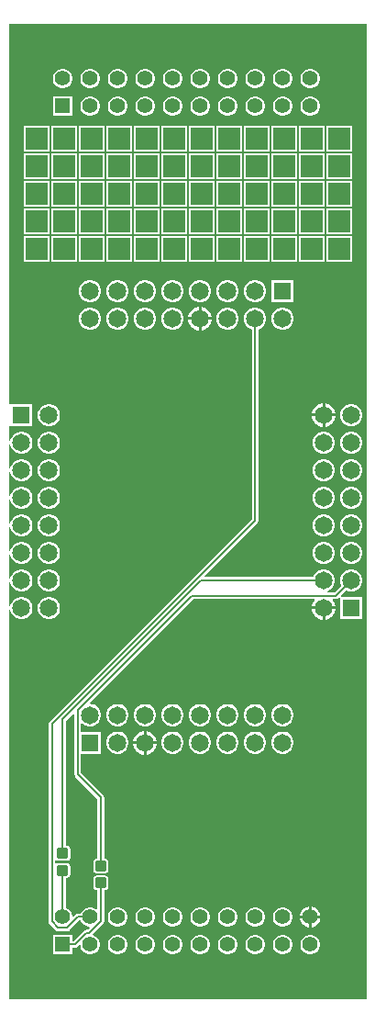
<source format=gbr>
%TF.GenerationSoftware,Altium Limited,Altium Designer,23.4.1 (23)*%
G04 Layer_Physical_Order=2*
G04 Layer_Color=16711680*
%FSLAX45Y45*%
%MOMM*%
%TF.SameCoordinates,2443AD3D-16DC-45C5-9BCC-0FA72C26467A*%
%TF.FilePolarity,Positive*%
%TF.FileFunction,Copper,L2,Bot,Signal*%
%TF.Part,Single*%
G01*
G75*
%TA.AperFunction,Conductor*%
%ADD15C,0.20000*%
%TA.AperFunction,ComponentPad*%
%ADD17R,1.65000X1.65000*%
%ADD18C,1.65000*%
%TA.AperFunction,ViaPad*%
%ADD19R,2.00000X2.00000*%
%TA.AperFunction,ComponentPad*%
%ADD20R,1.65000X1.65000*%
%ADD21R,1.39000X1.39000*%
%ADD22C,1.39000*%
%TA.AperFunction,SMDPad,CuDef*%
G04:AMPARAMS|DCode=23|XSize=0.94mm|YSize=1.02mm|CornerRadius=0.094mm|HoleSize=0mm|Usage=FLASHONLY|Rotation=90.000|XOffset=0mm|YOffset=0mm|HoleType=Round|Shape=RoundedRectangle|*
%AMROUNDEDRECTD23*
21,1,0.94000,0.83200,0,0,90.0*
21,1,0.75200,1.02000,0,0,90.0*
1,1,0.18800,0.41600,0.37600*
1,1,0.18800,0.41600,-0.37600*
1,1,0.18800,-0.41600,-0.37600*
1,1,0.18800,-0.41600,0.37600*
%
%ADD23ROUNDEDRECTD23*%
G36*
X3314700Y0D02*
X12700D01*
Y3592475D01*
X25400Y3594147D01*
X31485Y3571436D01*
X44980Y3548064D01*
X64064Y3528979D01*
X87436Y3515485D01*
X113506Y3508500D01*
X140494D01*
X166564Y3515485D01*
X189936Y3528979D01*
X209020Y3548064D01*
X222515Y3571436D01*
X229500Y3597506D01*
Y3624494D01*
X222515Y3650563D01*
X209020Y3673936D01*
X189936Y3693020D01*
X166564Y3706515D01*
X140494Y3713500D01*
X113506D01*
X87436Y3706515D01*
X64064Y3693020D01*
X44980Y3673936D01*
X31485Y3650563D01*
X25400Y3627853D01*
X12700Y3629525D01*
Y3846475D01*
X25400Y3848147D01*
X31485Y3825436D01*
X44980Y3802064D01*
X64064Y3782979D01*
X87436Y3769485D01*
X113506Y3762500D01*
X140494D01*
X166564Y3769485D01*
X189936Y3782979D01*
X209020Y3802064D01*
X222515Y3825436D01*
X229500Y3851506D01*
Y3878494D01*
X222515Y3904563D01*
X209020Y3927936D01*
X189936Y3947020D01*
X166564Y3960515D01*
X140494Y3967500D01*
X113506D01*
X87436Y3960515D01*
X64064Y3947020D01*
X44980Y3927936D01*
X31485Y3904563D01*
X25400Y3881853D01*
X12700Y3883525D01*
Y4100475D01*
X25400Y4102147D01*
X31485Y4079436D01*
X44980Y4056064D01*
X64064Y4036979D01*
X87436Y4023485D01*
X113506Y4016500D01*
X140494D01*
X166564Y4023485D01*
X189936Y4036979D01*
X209020Y4056064D01*
X222515Y4079436D01*
X229500Y4105506D01*
Y4132494D01*
X222515Y4158563D01*
X209020Y4181936D01*
X189936Y4201020D01*
X166564Y4214515D01*
X140494Y4221500D01*
X113506D01*
X87436Y4214515D01*
X64064Y4201020D01*
X44980Y4181936D01*
X31485Y4158563D01*
X25400Y4135853D01*
X12700Y4137525D01*
Y4354475D01*
X25400Y4356147D01*
X31485Y4333436D01*
X44980Y4310064D01*
X64064Y4290979D01*
X87436Y4277485D01*
X113506Y4270500D01*
X140494D01*
X166564Y4277485D01*
X189936Y4290979D01*
X209020Y4310064D01*
X222515Y4333436D01*
X229500Y4359506D01*
Y4386494D01*
X222515Y4412563D01*
X209020Y4435936D01*
X189936Y4455020D01*
X166564Y4468515D01*
X140494Y4475500D01*
X113506D01*
X87436Y4468515D01*
X64064Y4455020D01*
X44980Y4435936D01*
X31485Y4412563D01*
X25400Y4389853D01*
X12700Y4391525D01*
Y4608475D01*
X25400Y4610147D01*
X31485Y4587436D01*
X44980Y4564064D01*
X64064Y4544979D01*
X87436Y4531485D01*
X113506Y4524500D01*
X140494D01*
X166564Y4531485D01*
X189936Y4544979D01*
X209020Y4564064D01*
X222515Y4587436D01*
X229500Y4613506D01*
Y4640494D01*
X222515Y4666563D01*
X209020Y4689936D01*
X189936Y4709020D01*
X166564Y4722515D01*
X140494Y4729500D01*
X113506D01*
X87436Y4722515D01*
X64064Y4709020D01*
X44980Y4689936D01*
X31485Y4666563D01*
X25400Y4643853D01*
X12700Y4645525D01*
Y4862475D01*
X25400Y4864147D01*
X31485Y4841436D01*
X44980Y4818064D01*
X64064Y4798979D01*
X87436Y4785485D01*
X113506Y4778500D01*
X140494D01*
X166564Y4785485D01*
X189936Y4798979D01*
X209020Y4818064D01*
X222515Y4841436D01*
X229500Y4867506D01*
Y4894494D01*
X222515Y4920563D01*
X209020Y4943936D01*
X189936Y4963020D01*
X166564Y4976515D01*
X140494Y4983500D01*
X113506D01*
X87436Y4976515D01*
X64064Y4963020D01*
X44980Y4943936D01*
X31485Y4920563D01*
X25400Y4897853D01*
X12700Y4899525D01*
Y5116475D01*
X25400Y5118147D01*
X31485Y5095436D01*
X44980Y5072064D01*
X64064Y5052979D01*
X87436Y5039485D01*
X113506Y5032500D01*
X140494D01*
X166564Y5039485D01*
X189936Y5052979D01*
X209020Y5072064D01*
X222515Y5095436D01*
X229500Y5121506D01*
Y5148494D01*
X222515Y5174563D01*
X209020Y5197936D01*
X189936Y5217020D01*
X166564Y5230515D01*
X140494Y5237500D01*
X113506D01*
X87436Y5230515D01*
X64064Y5217020D01*
X44980Y5197936D01*
X31485Y5174563D01*
X25400Y5151853D01*
X12700Y5153525D01*
Y5284327D01*
X24500Y5286500D01*
X25400Y5286500D01*
X229500D01*
Y5491500D01*
X25400D01*
X24500Y5491500D01*
X12700Y5493673D01*
Y8991600D01*
X3314700D01*
Y0D01*
D02*
G37*
%LPC*%
G36*
X2805783Y8581500D02*
X2782217D01*
X2759454Y8575401D01*
X2739046Y8563618D01*
X2722382Y8546954D01*
X2710599Y8526546D01*
X2704500Y8503783D01*
Y8480217D01*
X2710599Y8457454D01*
X2722382Y8437046D01*
X2739046Y8420382D01*
X2759454Y8408599D01*
X2782217Y8402500D01*
X2805783D01*
X2828546Y8408599D01*
X2848954Y8420382D01*
X2865618Y8437046D01*
X2877401Y8457454D01*
X2883500Y8480217D01*
Y8503783D01*
X2877401Y8526546D01*
X2865618Y8546954D01*
X2848954Y8563618D01*
X2828546Y8575401D01*
X2805783Y8581500D01*
D02*
G37*
G36*
X2551783D02*
X2528217D01*
X2505454Y8575401D01*
X2485046Y8563618D01*
X2468382Y8546954D01*
X2456599Y8526546D01*
X2450500Y8503783D01*
Y8480217D01*
X2456599Y8457454D01*
X2468382Y8437046D01*
X2485046Y8420382D01*
X2505454Y8408599D01*
X2528217Y8402500D01*
X2551783D01*
X2574546Y8408599D01*
X2594954Y8420382D01*
X2611618Y8437046D01*
X2623401Y8457454D01*
X2629500Y8480217D01*
Y8503783D01*
X2623401Y8526546D01*
X2611618Y8546954D01*
X2594954Y8563618D01*
X2574546Y8575401D01*
X2551783Y8581500D01*
D02*
G37*
G36*
X2297783D02*
X2274217D01*
X2251454Y8575401D01*
X2231046Y8563618D01*
X2214382Y8546954D01*
X2202599Y8526546D01*
X2196500Y8503783D01*
Y8480217D01*
X2202599Y8457454D01*
X2214382Y8437046D01*
X2231046Y8420382D01*
X2251454Y8408599D01*
X2274217Y8402500D01*
X2297783D01*
X2320546Y8408599D01*
X2340954Y8420382D01*
X2357618Y8437046D01*
X2369401Y8457454D01*
X2375500Y8480217D01*
Y8503783D01*
X2369401Y8526546D01*
X2357618Y8546954D01*
X2340954Y8563618D01*
X2320546Y8575401D01*
X2297783Y8581500D01*
D02*
G37*
G36*
X2043783D02*
X2020217D01*
X1997454Y8575401D01*
X1977046Y8563618D01*
X1960382Y8546954D01*
X1948599Y8526546D01*
X1942500Y8503783D01*
Y8480217D01*
X1948599Y8457454D01*
X1960382Y8437046D01*
X1977046Y8420382D01*
X1997454Y8408599D01*
X2020217Y8402500D01*
X2043783D01*
X2066546Y8408599D01*
X2086954Y8420382D01*
X2103618Y8437046D01*
X2115401Y8457454D01*
X2121500Y8480217D01*
Y8503783D01*
X2115401Y8526546D01*
X2103618Y8546954D01*
X2086954Y8563618D01*
X2066546Y8575401D01*
X2043783Y8581500D01*
D02*
G37*
G36*
X1789783D02*
X1766217D01*
X1743454Y8575401D01*
X1723046Y8563618D01*
X1706382Y8546954D01*
X1694599Y8526546D01*
X1688500Y8503783D01*
Y8480217D01*
X1694599Y8457454D01*
X1706382Y8437046D01*
X1723046Y8420382D01*
X1743454Y8408599D01*
X1766217Y8402500D01*
X1789783D01*
X1812546Y8408599D01*
X1832954Y8420382D01*
X1849618Y8437046D01*
X1861401Y8457454D01*
X1867500Y8480217D01*
Y8503783D01*
X1861401Y8526546D01*
X1849618Y8546954D01*
X1832954Y8563618D01*
X1812546Y8575401D01*
X1789783Y8581500D01*
D02*
G37*
G36*
X1535783D02*
X1512217D01*
X1489454Y8575401D01*
X1469046Y8563618D01*
X1452382Y8546954D01*
X1440599Y8526546D01*
X1434500Y8503783D01*
Y8480217D01*
X1440599Y8457454D01*
X1452382Y8437046D01*
X1469046Y8420382D01*
X1489454Y8408599D01*
X1512217Y8402500D01*
X1535783D01*
X1558546Y8408599D01*
X1578954Y8420382D01*
X1595618Y8437046D01*
X1607401Y8457454D01*
X1613500Y8480217D01*
Y8503783D01*
X1607401Y8526546D01*
X1595618Y8546954D01*
X1578954Y8563618D01*
X1558546Y8575401D01*
X1535783Y8581500D01*
D02*
G37*
G36*
X1281783D02*
X1258217D01*
X1235454Y8575401D01*
X1215046Y8563618D01*
X1198382Y8546954D01*
X1186599Y8526546D01*
X1180500Y8503783D01*
Y8480217D01*
X1186599Y8457454D01*
X1198382Y8437046D01*
X1215046Y8420382D01*
X1235454Y8408599D01*
X1258217Y8402500D01*
X1281783D01*
X1304546Y8408599D01*
X1324954Y8420382D01*
X1341618Y8437046D01*
X1353401Y8457454D01*
X1359500Y8480217D01*
Y8503783D01*
X1353401Y8526546D01*
X1341618Y8546954D01*
X1324954Y8563618D01*
X1304546Y8575401D01*
X1281783Y8581500D01*
D02*
G37*
G36*
X1027783D02*
X1004217D01*
X981454Y8575401D01*
X961046Y8563618D01*
X944382Y8546954D01*
X932599Y8526546D01*
X926500Y8503783D01*
Y8480217D01*
X932599Y8457454D01*
X944382Y8437046D01*
X961046Y8420382D01*
X981454Y8408599D01*
X1004217Y8402500D01*
X1027783D01*
X1050546Y8408599D01*
X1070954Y8420382D01*
X1087618Y8437046D01*
X1099401Y8457454D01*
X1105500Y8480217D01*
Y8503783D01*
X1099401Y8526546D01*
X1087618Y8546954D01*
X1070954Y8563618D01*
X1050546Y8575401D01*
X1027783Y8581500D01*
D02*
G37*
G36*
X773783D02*
X750217D01*
X727454Y8575401D01*
X707046Y8563618D01*
X690382Y8546954D01*
X678599Y8526546D01*
X672500Y8503783D01*
Y8480217D01*
X678599Y8457454D01*
X690382Y8437046D01*
X707046Y8420382D01*
X727454Y8408599D01*
X750217Y8402500D01*
X773783D01*
X796546Y8408599D01*
X816954Y8420382D01*
X833618Y8437046D01*
X845401Y8457454D01*
X851500Y8480217D01*
Y8503783D01*
X845401Y8526546D01*
X833618Y8546954D01*
X816954Y8563618D01*
X796546Y8575401D01*
X773783Y8581500D01*
D02*
G37*
G36*
X519783D02*
X496217D01*
X473454Y8575401D01*
X453046Y8563618D01*
X436382Y8546954D01*
X424599Y8526546D01*
X418500Y8503783D01*
Y8480217D01*
X424599Y8457454D01*
X436382Y8437046D01*
X453046Y8420382D01*
X473454Y8408599D01*
X496217Y8402500D01*
X519783D01*
X542546Y8408599D01*
X562954Y8420382D01*
X579618Y8437046D01*
X591401Y8457454D01*
X597500Y8480217D01*
Y8503783D01*
X591401Y8526546D01*
X579618Y8546954D01*
X562954Y8563618D01*
X542546Y8575401D01*
X519783Y8581500D01*
D02*
G37*
G36*
X2805783Y8327500D02*
X2782217D01*
X2759454Y8321401D01*
X2739046Y8309618D01*
X2722382Y8292954D01*
X2710599Y8272546D01*
X2704500Y8249783D01*
Y8226217D01*
X2710599Y8203454D01*
X2722382Y8183046D01*
X2739046Y8166382D01*
X2759454Y8154599D01*
X2782217Y8148500D01*
X2805783D01*
X2828546Y8154599D01*
X2848954Y8166382D01*
X2865618Y8183046D01*
X2877401Y8203454D01*
X2883500Y8226217D01*
Y8249783D01*
X2877401Y8272546D01*
X2865618Y8292954D01*
X2848954Y8309618D01*
X2828546Y8321401D01*
X2805783Y8327500D01*
D02*
G37*
G36*
X2551783D02*
X2528217D01*
X2505454Y8321401D01*
X2485046Y8309618D01*
X2468382Y8292954D01*
X2456599Y8272546D01*
X2450500Y8249783D01*
Y8226217D01*
X2456599Y8203454D01*
X2468382Y8183046D01*
X2485046Y8166382D01*
X2505454Y8154599D01*
X2528217Y8148500D01*
X2551783D01*
X2574546Y8154599D01*
X2594954Y8166382D01*
X2611618Y8183046D01*
X2623401Y8203454D01*
X2629500Y8226217D01*
Y8249783D01*
X2623401Y8272546D01*
X2611618Y8292954D01*
X2594954Y8309618D01*
X2574546Y8321401D01*
X2551783Y8327500D01*
D02*
G37*
G36*
X2297783D02*
X2274217D01*
X2251454Y8321401D01*
X2231046Y8309618D01*
X2214382Y8292954D01*
X2202599Y8272546D01*
X2196500Y8249783D01*
Y8226217D01*
X2202599Y8203454D01*
X2214382Y8183046D01*
X2231046Y8166382D01*
X2251454Y8154599D01*
X2274217Y8148500D01*
X2297783D01*
X2320546Y8154599D01*
X2340954Y8166382D01*
X2357618Y8183046D01*
X2369401Y8203454D01*
X2375500Y8226217D01*
Y8249783D01*
X2369401Y8272546D01*
X2357618Y8292954D01*
X2340954Y8309618D01*
X2320546Y8321401D01*
X2297783Y8327500D01*
D02*
G37*
G36*
X2043783D02*
X2020217D01*
X1997454Y8321401D01*
X1977046Y8309618D01*
X1960382Y8292954D01*
X1948599Y8272546D01*
X1942500Y8249783D01*
Y8226217D01*
X1948599Y8203454D01*
X1960382Y8183046D01*
X1977046Y8166382D01*
X1997454Y8154599D01*
X2020217Y8148500D01*
X2043783D01*
X2066546Y8154599D01*
X2086954Y8166382D01*
X2103618Y8183046D01*
X2115401Y8203454D01*
X2121500Y8226217D01*
Y8249783D01*
X2115401Y8272546D01*
X2103618Y8292954D01*
X2086954Y8309618D01*
X2066546Y8321401D01*
X2043783Y8327500D01*
D02*
G37*
G36*
X1789783D02*
X1766217D01*
X1743454Y8321401D01*
X1723046Y8309618D01*
X1706382Y8292954D01*
X1694599Y8272546D01*
X1688500Y8249783D01*
Y8226217D01*
X1694599Y8203454D01*
X1706382Y8183046D01*
X1723046Y8166382D01*
X1743454Y8154599D01*
X1766217Y8148500D01*
X1789783D01*
X1812546Y8154599D01*
X1832954Y8166382D01*
X1849618Y8183046D01*
X1861401Y8203454D01*
X1867500Y8226217D01*
Y8249783D01*
X1861401Y8272546D01*
X1849618Y8292954D01*
X1832954Y8309618D01*
X1812546Y8321401D01*
X1789783Y8327500D01*
D02*
G37*
G36*
X1535783D02*
X1512217D01*
X1489454Y8321401D01*
X1469046Y8309618D01*
X1452382Y8292954D01*
X1440599Y8272546D01*
X1434500Y8249783D01*
Y8226217D01*
X1440599Y8203454D01*
X1452382Y8183046D01*
X1469046Y8166382D01*
X1489454Y8154599D01*
X1512217Y8148500D01*
X1535783D01*
X1558546Y8154599D01*
X1578954Y8166382D01*
X1595618Y8183046D01*
X1607401Y8203454D01*
X1613500Y8226217D01*
Y8249783D01*
X1607401Y8272546D01*
X1595618Y8292954D01*
X1578954Y8309618D01*
X1558546Y8321401D01*
X1535783Y8327500D01*
D02*
G37*
G36*
X1281783D02*
X1258217D01*
X1235454Y8321401D01*
X1215046Y8309618D01*
X1198382Y8292954D01*
X1186599Y8272546D01*
X1180500Y8249783D01*
Y8226217D01*
X1186599Y8203454D01*
X1198382Y8183046D01*
X1215046Y8166382D01*
X1235454Y8154599D01*
X1258217Y8148500D01*
X1281783D01*
X1304546Y8154599D01*
X1324954Y8166382D01*
X1341618Y8183046D01*
X1353401Y8203454D01*
X1359500Y8226217D01*
Y8249783D01*
X1353401Y8272546D01*
X1341618Y8292954D01*
X1324954Y8309618D01*
X1304546Y8321401D01*
X1281783Y8327500D01*
D02*
G37*
G36*
X1027783D02*
X1004217D01*
X981454Y8321401D01*
X961046Y8309618D01*
X944382Y8292954D01*
X932599Y8272546D01*
X926500Y8249783D01*
Y8226217D01*
X932599Y8203454D01*
X944382Y8183046D01*
X961046Y8166382D01*
X981454Y8154599D01*
X1004217Y8148500D01*
X1027783D01*
X1050546Y8154599D01*
X1070954Y8166382D01*
X1087618Y8183046D01*
X1099401Y8203454D01*
X1105500Y8226217D01*
Y8249783D01*
X1099401Y8272546D01*
X1087618Y8292954D01*
X1070954Y8309618D01*
X1050546Y8321401D01*
X1027783Y8327500D01*
D02*
G37*
G36*
X773783D02*
X750217D01*
X727454Y8321401D01*
X707046Y8309618D01*
X690382Y8292954D01*
X678599Y8272546D01*
X672500Y8249783D01*
Y8226217D01*
X678599Y8203454D01*
X690382Y8183046D01*
X707046Y8166382D01*
X727454Y8154599D01*
X750217Y8148500D01*
X773783D01*
X796546Y8154599D01*
X816954Y8166382D01*
X833618Y8183046D01*
X845401Y8203454D01*
X851500Y8226217D01*
Y8249783D01*
X845401Y8272546D01*
X833618Y8292954D01*
X816954Y8309618D01*
X796546Y8321401D01*
X773783Y8327500D01*
D02*
G37*
G36*
X597500D02*
X418500D01*
Y8148500D01*
X597500D01*
Y8327500D01*
D02*
G37*
G36*
X3183875Y8057500D02*
X2943875D01*
Y7817500D01*
X3183875D01*
Y8057500D01*
D02*
G37*
G36*
X2929875D02*
X2689875D01*
Y7817500D01*
X2929875D01*
Y8057500D01*
D02*
G37*
G36*
X2675875D02*
X2435875D01*
Y7817500D01*
X2675875D01*
Y8057500D01*
D02*
G37*
G36*
X2421875D02*
X2181875D01*
Y7817500D01*
X2421875D01*
Y8057500D01*
D02*
G37*
G36*
X2167875D02*
X1927875D01*
Y7817500D01*
X2167875D01*
Y8057500D01*
D02*
G37*
G36*
X1913875D02*
X1673875D01*
Y7817500D01*
X1913875D01*
Y8057500D01*
D02*
G37*
G36*
X1659875D02*
X1419875D01*
Y7817500D01*
X1659875D01*
Y8057500D01*
D02*
G37*
G36*
X1405875D02*
X1165875D01*
Y7817500D01*
X1405875D01*
Y8057500D01*
D02*
G37*
G36*
X1151875D02*
X911875D01*
Y7817500D01*
X1151875D01*
Y8057500D01*
D02*
G37*
G36*
X897875D02*
X657875D01*
Y7817500D01*
X897875D01*
Y8057500D01*
D02*
G37*
G36*
X643875D02*
X403875D01*
Y7817500D01*
X643875D01*
Y8057500D01*
D02*
G37*
G36*
X389875D02*
X149875D01*
Y7817500D01*
X389875D01*
Y8057500D01*
D02*
G37*
G36*
X3183875Y7803500D02*
X2943875D01*
Y7563500D01*
X3183875D01*
Y7803500D01*
D02*
G37*
G36*
X2929875D02*
X2689875D01*
Y7563500D01*
X2929875D01*
Y7803500D01*
D02*
G37*
G36*
X2675875D02*
X2435875D01*
Y7563500D01*
X2675875D01*
Y7803500D01*
D02*
G37*
G36*
X2421875D02*
X2181875D01*
Y7563500D01*
X2421875D01*
Y7803500D01*
D02*
G37*
G36*
X2167875D02*
X1927875D01*
Y7563500D01*
X2167875D01*
Y7803500D01*
D02*
G37*
G36*
X1913875D02*
X1673875D01*
Y7563500D01*
X1913875D01*
Y7803500D01*
D02*
G37*
G36*
X1659875D02*
X1419875D01*
Y7563500D01*
X1659875D01*
Y7803500D01*
D02*
G37*
G36*
X1405875D02*
X1165875D01*
Y7563500D01*
X1405875D01*
Y7803500D01*
D02*
G37*
G36*
X1151875D02*
X911875D01*
Y7563500D01*
X1151875D01*
Y7803500D01*
D02*
G37*
G36*
X897875D02*
X657875D01*
Y7563500D01*
X897875D01*
Y7803500D01*
D02*
G37*
G36*
X643875D02*
X403875D01*
Y7563500D01*
X643875D01*
Y7803500D01*
D02*
G37*
G36*
X389875D02*
X149875D01*
Y7563500D01*
X389875D01*
Y7803500D01*
D02*
G37*
G36*
X3183875Y7549500D02*
X2943875D01*
Y7309500D01*
X3183875D01*
Y7549500D01*
D02*
G37*
G36*
X2929875D02*
X2689875D01*
Y7309500D01*
X2929875D01*
Y7549500D01*
D02*
G37*
G36*
X2675875D02*
X2435875D01*
Y7309500D01*
X2675875D01*
Y7549500D01*
D02*
G37*
G36*
X2421875D02*
X2181875D01*
Y7309500D01*
X2421875D01*
Y7549500D01*
D02*
G37*
G36*
X2167875D02*
X1927875D01*
Y7309500D01*
X2167875D01*
Y7549500D01*
D02*
G37*
G36*
X1913875D02*
X1673875D01*
Y7309500D01*
X1913875D01*
Y7549500D01*
D02*
G37*
G36*
X1659875D02*
X1419875D01*
Y7309500D01*
X1659875D01*
Y7549500D01*
D02*
G37*
G36*
X1405875D02*
X1165875D01*
Y7309500D01*
X1405875D01*
Y7549500D01*
D02*
G37*
G36*
X1151875D02*
X911875D01*
Y7309500D01*
X1151875D01*
Y7549500D01*
D02*
G37*
G36*
X897875D02*
X657875D01*
Y7309500D01*
X897875D01*
Y7549500D01*
D02*
G37*
G36*
X643875D02*
X403875D01*
Y7309500D01*
X643875D01*
Y7549500D01*
D02*
G37*
G36*
X389875D02*
X149875D01*
Y7309500D01*
X389875D01*
Y7549500D01*
D02*
G37*
G36*
X3183875Y7295500D02*
X2943875D01*
Y7055500D01*
X3183875D01*
Y7295500D01*
D02*
G37*
G36*
X2929875D02*
X2689875D01*
Y7055500D01*
X2929875D01*
Y7295500D01*
D02*
G37*
G36*
X2675875D02*
X2435875D01*
Y7055500D01*
X2675875D01*
Y7295500D01*
D02*
G37*
G36*
X2421875D02*
X2181875D01*
Y7055500D01*
X2421875D01*
Y7295500D01*
D02*
G37*
G36*
X2167875D02*
X1927875D01*
Y7055500D01*
X2167875D01*
Y7295500D01*
D02*
G37*
G36*
X1913875D02*
X1673875D01*
Y7055500D01*
X1913875D01*
Y7295500D01*
D02*
G37*
G36*
X1659875D02*
X1419875D01*
Y7055500D01*
X1659875D01*
Y7295500D01*
D02*
G37*
G36*
X1405875D02*
X1165875D01*
Y7055500D01*
X1405875D01*
Y7295500D01*
D02*
G37*
G36*
X1151875D02*
X911875D01*
Y7055500D01*
X1151875D01*
Y7295500D01*
D02*
G37*
G36*
X897875D02*
X657875D01*
Y7055500D01*
X897875D01*
Y7295500D01*
D02*
G37*
G36*
X643875D02*
X403875D01*
Y7055500D01*
X643875D01*
Y7295500D01*
D02*
G37*
G36*
X389875D02*
X149875D01*
Y7055500D01*
X389875D01*
Y7295500D01*
D02*
G37*
G36*
X3183875Y7041500D02*
X2943875D01*
Y6801500D01*
X3183875D01*
Y7041500D01*
D02*
G37*
G36*
X2929875D02*
X2689875D01*
Y6801500D01*
X2929875D01*
Y7041500D01*
D02*
G37*
G36*
X2675875D02*
X2435875D01*
Y6801500D01*
X2675875D01*
Y7041500D01*
D02*
G37*
G36*
X2421875D02*
X2181875D01*
Y6801500D01*
X2421875D01*
Y7041500D01*
D02*
G37*
G36*
X2167875D02*
X1927875D01*
Y6801500D01*
X2167875D01*
Y7041500D01*
D02*
G37*
G36*
X1913875D02*
X1673875D01*
Y6801500D01*
X1913875D01*
Y7041500D01*
D02*
G37*
G36*
X1659875D02*
X1419875D01*
Y6801500D01*
X1659875D01*
Y7041500D01*
D02*
G37*
G36*
X1405875D02*
X1165875D01*
Y6801500D01*
X1405875D01*
Y7041500D01*
D02*
G37*
G36*
X1151875D02*
X911875D01*
Y6801500D01*
X1151875D01*
Y7041500D01*
D02*
G37*
G36*
X897875D02*
X657875D01*
Y6801500D01*
X897875D01*
Y7041500D01*
D02*
G37*
G36*
X643875D02*
X403875D01*
Y6801500D01*
X643875D01*
Y7041500D01*
D02*
G37*
G36*
X389875D02*
X149875D01*
Y6801500D01*
X389875D01*
Y7041500D01*
D02*
G37*
G36*
X2641500Y6634500D02*
X2436500D01*
Y6429500D01*
X2641500D01*
Y6634500D01*
D02*
G37*
G36*
X2298494D02*
X2271506D01*
X2245436Y6627515D01*
X2222064Y6614020D01*
X2202980Y6594936D01*
X2189485Y6571563D01*
X2182500Y6545494D01*
Y6518506D01*
X2189485Y6492436D01*
X2202980Y6469064D01*
X2222064Y6449979D01*
X2245436Y6436485D01*
X2271506Y6429500D01*
X2298494D01*
X2324564Y6436485D01*
X2347936Y6449979D01*
X2367020Y6469064D01*
X2380515Y6492436D01*
X2387500Y6518506D01*
Y6545494D01*
X2380515Y6571563D01*
X2367020Y6594936D01*
X2347936Y6614020D01*
X2324564Y6627515D01*
X2298494Y6634500D01*
D02*
G37*
G36*
X2044494D02*
X2017506D01*
X1991436Y6627515D01*
X1968064Y6614020D01*
X1948980Y6594936D01*
X1935485Y6571563D01*
X1928500Y6545494D01*
Y6518506D01*
X1935485Y6492436D01*
X1948980Y6469064D01*
X1968064Y6449979D01*
X1991436Y6436485D01*
X2017506Y6429500D01*
X2044494D01*
X2070564Y6436485D01*
X2093936Y6449979D01*
X2113020Y6469064D01*
X2126515Y6492436D01*
X2133500Y6518506D01*
Y6545494D01*
X2126515Y6571563D01*
X2113020Y6594936D01*
X2093936Y6614020D01*
X2070564Y6627515D01*
X2044494Y6634500D01*
D02*
G37*
G36*
X1790494D02*
X1763506D01*
X1737436Y6627515D01*
X1714064Y6614020D01*
X1694980Y6594936D01*
X1681485Y6571563D01*
X1674500Y6545494D01*
Y6518506D01*
X1681485Y6492436D01*
X1694980Y6469064D01*
X1714064Y6449979D01*
X1737436Y6436485D01*
X1763506Y6429500D01*
X1790494D01*
X1816564Y6436485D01*
X1839936Y6449979D01*
X1859020Y6469064D01*
X1872515Y6492436D01*
X1879500Y6518506D01*
Y6545494D01*
X1872515Y6571563D01*
X1859020Y6594936D01*
X1839936Y6614020D01*
X1816564Y6627515D01*
X1790494Y6634500D01*
D02*
G37*
G36*
X1536494D02*
X1509506D01*
X1483436Y6627515D01*
X1460064Y6614020D01*
X1440980Y6594936D01*
X1427485Y6571563D01*
X1420500Y6545494D01*
Y6518506D01*
X1427485Y6492436D01*
X1440980Y6469064D01*
X1460064Y6449979D01*
X1483436Y6436485D01*
X1509506Y6429500D01*
X1536494D01*
X1562564Y6436485D01*
X1585936Y6449979D01*
X1605020Y6469064D01*
X1618515Y6492436D01*
X1625500Y6518506D01*
Y6545494D01*
X1618515Y6571563D01*
X1605020Y6594936D01*
X1585936Y6614020D01*
X1562564Y6627515D01*
X1536494Y6634500D01*
D02*
G37*
G36*
X1282494D02*
X1255506D01*
X1229436Y6627515D01*
X1206064Y6614020D01*
X1186980Y6594936D01*
X1173485Y6571563D01*
X1166500Y6545494D01*
Y6518506D01*
X1173485Y6492436D01*
X1186980Y6469064D01*
X1206064Y6449979D01*
X1229436Y6436485D01*
X1255506Y6429500D01*
X1282494D01*
X1308564Y6436485D01*
X1331936Y6449979D01*
X1351020Y6469064D01*
X1364515Y6492436D01*
X1371500Y6518506D01*
Y6545494D01*
X1364515Y6571563D01*
X1351020Y6594936D01*
X1331936Y6614020D01*
X1308564Y6627515D01*
X1282494Y6634500D01*
D02*
G37*
G36*
X1028494D02*
X1001506D01*
X975436Y6627515D01*
X952064Y6614020D01*
X932980Y6594936D01*
X919485Y6571563D01*
X912500Y6545494D01*
Y6518506D01*
X919485Y6492436D01*
X932980Y6469064D01*
X952064Y6449979D01*
X975436Y6436485D01*
X1001506Y6429500D01*
X1028494D01*
X1054564Y6436485D01*
X1077936Y6449979D01*
X1097020Y6469064D01*
X1110515Y6492436D01*
X1117500Y6518506D01*
Y6545494D01*
X1110515Y6571563D01*
X1097020Y6594936D01*
X1077936Y6614020D01*
X1054564Y6627515D01*
X1028494Y6634500D01*
D02*
G37*
G36*
X774494D02*
X747506D01*
X721436Y6627515D01*
X698064Y6614020D01*
X678980Y6594936D01*
X665485Y6571563D01*
X658500Y6545494D01*
Y6518506D01*
X665485Y6492436D01*
X678980Y6469064D01*
X698064Y6449979D01*
X721436Y6436485D01*
X747506Y6429500D01*
X774494D01*
X800564Y6436485D01*
X823936Y6449979D01*
X843020Y6469064D01*
X856515Y6492436D01*
X863500Y6518506D01*
Y6545494D01*
X856515Y6571563D01*
X843020Y6594936D01*
X823936Y6614020D01*
X800564Y6627515D01*
X774494Y6634500D01*
D02*
G37*
G36*
X1791205Y6385900D02*
X1789701D01*
Y6290700D01*
X1884900D01*
Y6292205D01*
X1877547Y6319648D01*
X1863341Y6344252D01*
X1843252Y6364341D01*
X1818648Y6378547D01*
X1791205Y6385900D01*
D02*
G37*
G36*
X1764301D02*
X1762795D01*
X1735352Y6378547D01*
X1710748Y6364341D01*
X1690659Y6344252D01*
X1676453Y6319648D01*
X1669100Y6292205D01*
Y6290700D01*
X1764301D01*
Y6385900D01*
D02*
G37*
G36*
X2552494Y6380500D02*
X2525506D01*
X2499436Y6373515D01*
X2476064Y6360020D01*
X2456980Y6340936D01*
X2443485Y6317563D01*
X2436500Y6291494D01*
Y6264506D01*
X2443485Y6238436D01*
X2456980Y6215064D01*
X2476064Y6195979D01*
X2499436Y6182485D01*
X2525506Y6175500D01*
X2552494D01*
X2578564Y6182485D01*
X2601936Y6195979D01*
X2621020Y6215064D01*
X2634515Y6238436D01*
X2641500Y6264506D01*
Y6291494D01*
X2634515Y6317563D01*
X2621020Y6340936D01*
X2601936Y6360020D01*
X2578564Y6373515D01*
X2552494Y6380500D01*
D02*
G37*
G36*
X2044494D02*
X2017506D01*
X1991436Y6373515D01*
X1968064Y6360020D01*
X1948980Y6340936D01*
X1935485Y6317563D01*
X1928500Y6291494D01*
Y6264506D01*
X1935485Y6238436D01*
X1948980Y6215064D01*
X1968064Y6195979D01*
X1991436Y6182485D01*
X2017506Y6175500D01*
X2044494D01*
X2070564Y6182485D01*
X2093936Y6195979D01*
X2113020Y6215064D01*
X2126515Y6238436D01*
X2133500Y6264506D01*
Y6291494D01*
X2126515Y6317563D01*
X2113020Y6340936D01*
X2093936Y6360020D01*
X2070564Y6373515D01*
X2044494Y6380500D01*
D02*
G37*
G36*
X1536494D02*
X1509506D01*
X1483436Y6373515D01*
X1460064Y6360020D01*
X1440980Y6340936D01*
X1427485Y6317563D01*
X1420500Y6291494D01*
Y6264506D01*
X1427485Y6238436D01*
X1440980Y6215064D01*
X1460064Y6195979D01*
X1483436Y6182485D01*
X1509506Y6175500D01*
X1536494D01*
X1562564Y6182485D01*
X1585936Y6195979D01*
X1605020Y6215064D01*
X1618515Y6238436D01*
X1625500Y6264506D01*
Y6291494D01*
X1618515Y6317563D01*
X1605020Y6340936D01*
X1585936Y6360020D01*
X1562564Y6373515D01*
X1536494Y6380500D01*
D02*
G37*
G36*
X1282494D02*
X1255506D01*
X1229436Y6373515D01*
X1206064Y6360020D01*
X1186980Y6340936D01*
X1173485Y6317563D01*
X1166500Y6291494D01*
Y6264506D01*
X1173485Y6238436D01*
X1186980Y6215064D01*
X1206064Y6195979D01*
X1229436Y6182485D01*
X1255506Y6175500D01*
X1282494D01*
X1308564Y6182485D01*
X1331936Y6195979D01*
X1351020Y6215064D01*
X1364515Y6238436D01*
X1371500Y6264506D01*
Y6291494D01*
X1364515Y6317563D01*
X1351020Y6340936D01*
X1331936Y6360020D01*
X1308564Y6373515D01*
X1282494Y6380500D01*
D02*
G37*
G36*
X1028494D02*
X1001506D01*
X975436Y6373515D01*
X952064Y6360020D01*
X932980Y6340936D01*
X919485Y6317563D01*
X912500Y6291494D01*
Y6264506D01*
X919485Y6238436D01*
X932980Y6215064D01*
X952064Y6195979D01*
X975436Y6182485D01*
X1001506Y6175500D01*
X1028494D01*
X1054564Y6182485D01*
X1077936Y6195979D01*
X1097020Y6215064D01*
X1110515Y6238436D01*
X1117500Y6264506D01*
Y6291494D01*
X1110515Y6317563D01*
X1097020Y6340936D01*
X1077936Y6360020D01*
X1054564Y6373515D01*
X1028494Y6380500D01*
D02*
G37*
G36*
X774494D02*
X747506D01*
X721436Y6373515D01*
X698064Y6360020D01*
X678980Y6340936D01*
X665485Y6317563D01*
X658500Y6291494D01*
Y6264506D01*
X665485Y6238436D01*
X678980Y6215064D01*
X698064Y6195979D01*
X721436Y6182485D01*
X747506Y6175500D01*
X774494D01*
X800564Y6182485D01*
X823936Y6195979D01*
X843020Y6215064D01*
X856515Y6238436D01*
X863500Y6264506D01*
Y6291494D01*
X856515Y6317563D01*
X843020Y6340936D01*
X823936Y6360020D01*
X800564Y6373515D01*
X774494Y6380500D01*
D02*
G37*
G36*
X1884900Y6265300D02*
X1789701D01*
Y6170100D01*
X1791205D01*
X1818648Y6177453D01*
X1843252Y6191658D01*
X1863341Y6211748D01*
X1877547Y6236352D01*
X1884900Y6263795D01*
Y6265300D01*
D02*
G37*
G36*
X1764301D02*
X1669100D01*
Y6263795D01*
X1676453Y6236352D01*
X1690659Y6211748D01*
X1710748Y6191658D01*
X1735352Y6177453D01*
X1762795Y6170100D01*
X1764301D01*
Y6265300D01*
D02*
G37*
G36*
X2933205Y5496900D02*
X2931700D01*
Y5401700D01*
X3026900D01*
Y5403205D01*
X3019547Y5430648D01*
X3005341Y5455252D01*
X2985252Y5475341D01*
X2960648Y5489547D01*
X2933205Y5496900D01*
D02*
G37*
G36*
X2906300D02*
X2904795D01*
X2877352Y5489547D01*
X2852748Y5475341D01*
X2832659Y5455252D01*
X2818453Y5430648D01*
X2811100Y5403205D01*
Y5401700D01*
X2906300D01*
Y5496900D01*
D02*
G37*
G36*
X3186494Y5491500D02*
X3159506D01*
X3133436Y5484515D01*
X3110064Y5471020D01*
X3090980Y5451936D01*
X3077485Y5428563D01*
X3070500Y5402494D01*
Y5375506D01*
X3077485Y5349436D01*
X3090980Y5326064D01*
X3110064Y5306979D01*
X3133436Y5293485D01*
X3159506Y5286500D01*
X3186494D01*
X3212564Y5293485D01*
X3235936Y5306979D01*
X3255020Y5326064D01*
X3268515Y5349436D01*
X3275500Y5375506D01*
Y5402494D01*
X3268515Y5428563D01*
X3255020Y5451936D01*
X3235936Y5471020D01*
X3212564Y5484515D01*
X3186494Y5491500D01*
D02*
G37*
G36*
X394494D02*
X367506D01*
X341436Y5484515D01*
X318064Y5471020D01*
X298980Y5451936D01*
X285485Y5428563D01*
X278500Y5402494D01*
Y5375506D01*
X285485Y5349436D01*
X298980Y5326064D01*
X318064Y5306979D01*
X341436Y5293485D01*
X367506Y5286500D01*
X394494D01*
X420564Y5293485D01*
X443936Y5306979D01*
X463020Y5326064D01*
X476515Y5349436D01*
X483500Y5375506D01*
Y5402494D01*
X476515Y5428563D01*
X463020Y5451936D01*
X443936Y5471020D01*
X420564Y5484515D01*
X394494Y5491500D01*
D02*
G37*
G36*
X3026900Y5376300D02*
X2931700D01*
Y5281100D01*
X2933205D01*
X2960648Y5288453D01*
X2985252Y5302658D01*
X3005341Y5322748D01*
X3019547Y5347352D01*
X3026900Y5374795D01*
Y5376300D01*
D02*
G37*
G36*
X2906300D02*
X2811100D01*
Y5374795D01*
X2818453Y5347352D01*
X2832659Y5322748D01*
X2852748Y5302658D01*
X2877352Y5288453D01*
X2904795Y5281100D01*
X2906300D01*
Y5376300D01*
D02*
G37*
G36*
X3186494Y5237500D02*
X3159506D01*
X3133436Y5230515D01*
X3110064Y5217020D01*
X3090980Y5197936D01*
X3077485Y5174563D01*
X3070500Y5148494D01*
Y5121506D01*
X3077485Y5095436D01*
X3090980Y5072064D01*
X3110064Y5052979D01*
X3133436Y5039485D01*
X3159506Y5032500D01*
X3186494D01*
X3212564Y5039485D01*
X3235936Y5052979D01*
X3255020Y5072064D01*
X3268515Y5095436D01*
X3275500Y5121506D01*
Y5148494D01*
X3268515Y5174563D01*
X3255020Y5197936D01*
X3235936Y5217020D01*
X3212564Y5230515D01*
X3186494Y5237500D01*
D02*
G37*
G36*
X2932494D02*
X2905506D01*
X2879436Y5230515D01*
X2856064Y5217020D01*
X2836980Y5197936D01*
X2823485Y5174563D01*
X2816500Y5148494D01*
Y5121506D01*
X2823485Y5095436D01*
X2836980Y5072064D01*
X2856064Y5052979D01*
X2879436Y5039485D01*
X2905506Y5032500D01*
X2932494D01*
X2958564Y5039485D01*
X2981936Y5052979D01*
X3001020Y5072064D01*
X3014515Y5095436D01*
X3021500Y5121506D01*
Y5148494D01*
X3014515Y5174563D01*
X3001020Y5197936D01*
X2981936Y5217020D01*
X2958564Y5230515D01*
X2932494Y5237500D01*
D02*
G37*
G36*
X394494D02*
X367506D01*
X341436Y5230515D01*
X318064Y5217020D01*
X298980Y5197936D01*
X285485Y5174563D01*
X278500Y5148494D01*
Y5121506D01*
X285485Y5095436D01*
X298980Y5072064D01*
X318064Y5052979D01*
X341436Y5039485D01*
X367506Y5032500D01*
X394494D01*
X420564Y5039485D01*
X443936Y5052979D01*
X463020Y5072064D01*
X476515Y5095436D01*
X483500Y5121506D01*
Y5148494D01*
X476515Y5174563D01*
X463020Y5197936D01*
X443936Y5217020D01*
X420564Y5230515D01*
X394494Y5237500D01*
D02*
G37*
G36*
X3186494Y4983500D02*
X3159506D01*
X3133436Y4976515D01*
X3110064Y4963020D01*
X3090980Y4943936D01*
X3077485Y4920563D01*
X3070500Y4894494D01*
Y4867506D01*
X3077485Y4841436D01*
X3090980Y4818064D01*
X3110064Y4798979D01*
X3133436Y4785485D01*
X3159506Y4778500D01*
X3186494D01*
X3212564Y4785485D01*
X3235936Y4798979D01*
X3255020Y4818064D01*
X3268515Y4841436D01*
X3275500Y4867506D01*
Y4894494D01*
X3268515Y4920563D01*
X3255020Y4943936D01*
X3235936Y4963020D01*
X3212564Y4976515D01*
X3186494Y4983500D01*
D02*
G37*
G36*
X2932494D02*
X2905506D01*
X2879436Y4976515D01*
X2856064Y4963020D01*
X2836980Y4943936D01*
X2823485Y4920563D01*
X2816500Y4894494D01*
Y4867506D01*
X2823485Y4841436D01*
X2836980Y4818064D01*
X2856064Y4798979D01*
X2879436Y4785485D01*
X2905506Y4778500D01*
X2932494D01*
X2958564Y4785485D01*
X2981936Y4798979D01*
X3001020Y4818064D01*
X3014515Y4841436D01*
X3021500Y4867506D01*
Y4894494D01*
X3014515Y4920563D01*
X3001020Y4943936D01*
X2981936Y4963020D01*
X2958564Y4976515D01*
X2932494Y4983500D01*
D02*
G37*
G36*
X394494D02*
X367506D01*
X341436Y4976515D01*
X318064Y4963020D01*
X298980Y4943936D01*
X285485Y4920563D01*
X278500Y4894494D01*
Y4867506D01*
X285485Y4841436D01*
X298980Y4818064D01*
X318064Y4798979D01*
X341436Y4785485D01*
X367506Y4778500D01*
X394494D01*
X420564Y4785485D01*
X443936Y4798979D01*
X463020Y4818064D01*
X476515Y4841436D01*
X483500Y4867506D01*
Y4894494D01*
X476515Y4920563D01*
X463020Y4943936D01*
X443936Y4963020D01*
X420564Y4976515D01*
X394494Y4983500D01*
D02*
G37*
G36*
X3186494Y4729500D02*
X3159506D01*
X3133436Y4722515D01*
X3110064Y4709020D01*
X3090980Y4689936D01*
X3077485Y4666563D01*
X3070500Y4640494D01*
Y4613506D01*
X3077485Y4587436D01*
X3090980Y4564064D01*
X3110064Y4544979D01*
X3133436Y4531485D01*
X3159506Y4524500D01*
X3186494D01*
X3212564Y4531485D01*
X3235936Y4544979D01*
X3255020Y4564064D01*
X3268515Y4587436D01*
X3275500Y4613506D01*
Y4640494D01*
X3268515Y4666563D01*
X3255020Y4689936D01*
X3235936Y4709020D01*
X3212564Y4722515D01*
X3186494Y4729500D01*
D02*
G37*
G36*
X2932494D02*
X2905506D01*
X2879436Y4722515D01*
X2856064Y4709020D01*
X2836980Y4689936D01*
X2823485Y4666563D01*
X2816500Y4640494D01*
Y4613506D01*
X2823485Y4587436D01*
X2836980Y4564064D01*
X2856064Y4544979D01*
X2879436Y4531485D01*
X2905506Y4524500D01*
X2932494D01*
X2958564Y4531485D01*
X2981936Y4544979D01*
X3001020Y4564064D01*
X3014515Y4587436D01*
X3021500Y4613506D01*
Y4640494D01*
X3014515Y4666563D01*
X3001020Y4689936D01*
X2981936Y4709020D01*
X2958564Y4722515D01*
X2932494Y4729500D01*
D02*
G37*
G36*
X394494D02*
X367506D01*
X341436Y4722515D01*
X318064Y4709020D01*
X298980Y4689936D01*
X285485Y4666563D01*
X278500Y4640494D01*
Y4613506D01*
X285485Y4587436D01*
X298980Y4564064D01*
X318064Y4544979D01*
X341436Y4531485D01*
X367506Y4524500D01*
X394494D01*
X420564Y4531485D01*
X443936Y4544979D01*
X463020Y4564064D01*
X476515Y4587436D01*
X483500Y4613506D01*
Y4640494D01*
X476515Y4666563D01*
X463020Y4689936D01*
X443936Y4709020D01*
X420564Y4722515D01*
X394494Y4729500D01*
D02*
G37*
G36*
X3186494Y4475500D02*
X3159506D01*
X3133436Y4468515D01*
X3110064Y4455020D01*
X3090980Y4435936D01*
X3077485Y4412563D01*
X3070500Y4386494D01*
Y4359506D01*
X3077485Y4333436D01*
X3090980Y4310064D01*
X3110064Y4290979D01*
X3133436Y4277485D01*
X3159506Y4270500D01*
X3186494D01*
X3212564Y4277485D01*
X3235936Y4290979D01*
X3255020Y4310064D01*
X3268515Y4333436D01*
X3275500Y4359506D01*
Y4386494D01*
X3268515Y4412563D01*
X3255020Y4435936D01*
X3235936Y4455020D01*
X3212564Y4468515D01*
X3186494Y4475500D01*
D02*
G37*
G36*
X2932494D02*
X2905506D01*
X2879436Y4468515D01*
X2856064Y4455020D01*
X2836980Y4435936D01*
X2823485Y4412563D01*
X2816500Y4386494D01*
Y4359506D01*
X2823485Y4333436D01*
X2836980Y4310064D01*
X2856064Y4290979D01*
X2879436Y4277485D01*
X2905506Y4270500D01*
X2932494D01*
X2958564Y4277485D01*
X2981936Y4290979D01*
X3001020Y4310064D01*
X3014515Y4333436D01*
X3021500Y4359506D01*
Y4386494D01*
X3014515Y4412563D01*
X3001020Y4435936D01*
X2981936Y4455020D01*
X2958564Y4468515D01*
X2932494Y4475500D01*
D02*
G37*
G36*
X394494D02*
X367506D01*
X341436Y4468515D01*
X318064Y4455020D01*
X298980Y4435936D01*
X285485Y4412563D01*
X278500Y4386494D01*
Y4359506D01*
X285485Y4333436D01*
X298980Y4310064D01*
X318064Y4290979D01*
X341436Y4277485D01*
X367506Y4270500D01*
X394494D01*
X420564Y4277485D01*
X443936Y4290979D01*
X463020Y4310064D01*
X476515Y4333436D01*
X483500Y4359506D01*
Y4386494D01*
X476515Y4412563D01*
X463020Y4435936D01*
X443936Y4455020D01*
X420564Y4468515D01*
X394494Y4475500D01*
D02*
G37*
G36*
X3186494Y4221500D02*
X3159506D01*
X3133436Y4214515D01*
X3110064Y4201020D01*
X3090980Y4181936D01*
X3077485Y4158563D01*
X3070500Y4132494D01*
Y4105506D01*
X3077485Y4079436D01*
X3090980Y4056064D01*
X3110064Y4036979D01*
X3133436Y4023485D01*
X3159506Y4016500D01*
X3186494D01*
X3212564Y4023485D01*
X3235936Y4036979D01*
X3255020Y4056064D01*
X3268515Y4079436D01*
X3275500Y4105506D01*
Y4132494D01*
X3268515Y4158563D01*
X3255020Y4181936D01*
X3235936Y4201020D01*
X3212564Y4214515D01*
X3186494Y4221500D01*
D02*
G37*
G36*
X2932494D02*
X2905506D01*
X2879436Y4214515D01*
X2856064Y4201020D01*
X2836980Y4181936D01*
X2823485Y4158563D01*
X2816500Y4132494D01*
Y4105506D01*
X2823485Y4079436D01*
X2836980Y4056064D01*
X2856064Y4036979D01*
X2879436Y4023485D01*
X2905506Y4016500D01*
X2932494D01*
X2958564Y4023485D01*
X2981936Y4036979D01*
X3001020Y4056064D01*
X3014515Y4079436D01*
X3021500Y4105506D01*
Y4132494D01*
X3014515Y4158563D01*
X3001020Y4181936D01*
X2981936Y4201020D01*
X2958564Y4214515D01*
X2932494Y4221500D01*
D02*
G37*
G36*
X394494D02*
X367506D01*
X341436Y4214515D01*
X318064Y4201020D01*
X298980Y4181936D01*
X285485Y4158563D01*
X278500Y4132494D01*
Y4105506D01*
X285485Y4079436D01*
X298980Y4056064D01*
X318064Y4036979D01*
X341436Y4023485D01*
X367506Y4016500D01*
X394494D01*
X420564Y4023485D01*
X443936Y4036979D01*
X463020Y4056064D01*
X476515Y4079436D01*
X483500Y4105506D01*
Y4132494D01*
X476515Y4158563D01*
X463020Y4181936D01*
X443936Y4201020D01*
X420564Y4214515D01*
X394494Y4221500D01*
D02*
G37*
G36*
X2298494Y6380500D02*
X2271506D01*
X2245436Y6373515D01*
X2222064Y6360020D01*
X2202980Y6340936D01*
X2189485Y6317563D01*
X2182500Y6291494D01*
Y6264506D01*
X2189485Y6238436D01*
X2202980Y6215064D01*
X2222064Y6195979D01*
X2245436Y6182485D01*
X2254412Y6180080D01*
Y4430906D01*
X386871Y2563364D01*
X380241Y2553441D01*
X377912Y2541736D01*
X377912Y2541734D01*
Y720787D01*
X377912Y720786D01*
X380241Y709081D01*
X386871Y699157D01*
X445157Y640872D01*
X445157Y640871D01*
X455080Y634241D01*
X466786Y631912D01*
X549213D01*
X549214Y631912D01*
X560919Y634241D01*
X570843Y640871D01*
X661384Y731412D01*
X677539D01*
X678599Y727454D01*
X690382Y707046D01*
X707046Y690382D01*
X727454Y678599D01*
X750217Y672500D01*
X753363D01*
X758223Y660767D01*
X742437Y644981D01*
X727679D01*
X715974Y642653D01*
X706050Y636022D01*
X610200Y540172D01*
X597500Y542412D01*
Y597500D01*
X418500D01*
Y418500D01*
X597500D01*
Y477412D01*
X621285D01*
X621286Y477412D01*
X632991Y479741D01*
X642915Y486371D01*
X660767Y504223D01*
X672500Y499363D01*
Y496217D01*
X678599Y473454D01*
X690382Y453046D01*
X707046Y436382D01*
X727454Y424599D01*
X750217Y418500D01*
X773783D01*
X796546Y424599D01*
X816954Y436382D01*
X833618Y453046D01*
X845401Y473454D01*
X851500Y496217D01*
Y519783D01*
X845401Y542546D01*
X833618Y562954D01*
X816954Y579618D01*
X796546Y591401D01*
X792114Y592588D01*
X788827Y604856D01*
X883128Y699157D01*
X883129Y699157D01*
X889759Y709081D01*
X892088Y720786D01*
Y1007913D01*
X903100D01*
X914571Y1010195D01*
X924296Y1016693D01*
X930794Y1026418D01*
X933076Y1037889D01*
Y1113089D01*
X930794Y1124561D01*
X924296Y1134286D01*
X914571Y1140784D01*
X903100Y1143065D01*
X819900D01*
X808429Y1140784D01*
X798704Y1134286D01*
X792206Y1124561D01*
X789924Y1113089D01*
Y1037889D01*
X792206Y1026418D01*
X798704Y1016693D01*
X808429Y1010195D01*
X819900Y1007913D01*
X830912D01*
Y836254D01*
X819179Y831393D01*
X816954Y833618D01*
X796546Y845401D01*
X773783Y851500D01*
X750217D01*
X727454Y845401D01*
X707046Y833618D01*
X690382Y816954D01*
X678599Y796546D01*
X677539Y792588D01*
X648715D01*
X648714Y792588D01*
X637009Y790259D01*
X627085Y783629D01*
X627085Y783628D01*
X609233Y765777D01*
X597500Y770637D01*
Y773783D01*
X591401Y796546D01*
X579618Y816954D01*
X562954Y833618D01*
X542546Y845401D01*
X538588Y846461D01*
Y1123424D01*
X549600D01*
X561071Y1125706D01*
X570796Y1132204D01*
X577294Y1141929D01*
X579576Y1153400D01*
Y1228600D01*
X577294Y1240071D01*
X570796Y1249796D01*
X561071Y1256294D01*
X549600Y1258576D01*
X466400D01*
X454929Y1256294D01*
X451788Y1254195D01*
X439088Y1260984D01*
Y1279016D01*
X451788Y1285805D01*
X454929Y1283706D01*
X466400Y1281424D01*
X549600D01*
X561071Y1283706D01*
X570796Y1290204D01*
X577294Y1299929D01*
X579576Y1311400D01*
Y1386600D01*
X577294Y1398071D01*
X570796Y1407796D01*
X561071Y1414294D01*
X549600Y1416576D01*
X538588D01*
Y2571997D01*
X606179Y2639589D01*
X617912Y2634728D01*
Y2076046D01*
X617912Y2076044D01*
X620241Y2064339D01*
X626871Y2054415D01*
X830912Y1850375D01*
Y1301065D01*
X819900D01*
X808429Y1298784D01*
X798704Y1292286D01*
X792206Y1282561D01*
X789924Y1271089D01*
Y1195890D01*
X792206Y1184418D01*
X798704Y1174693D01*
X808429Y1168195D01*
X819900Y1165914D01*
X903100D01*
X914571Y1168195D01*
X924296Y1174693D01*
X930794Y1184418D01*
X933076Y1195890D01*
Y1271089D01*
X930794Y1282561D01*
X924296Y1292286D01*
X914571Y1298784D01*
X903100Y1301065D01*
X892088D01*
Y1863043D01*
X892088Y1863045D01*
X889759Y1874750D01*
X883129Y1884673D01*
X679088Y2088714D01*
Y2265500D01*
X863500D01*
Y2470500D01*
X679088D01*
Y2542362D01*
X690821Y2547222D01*
X698064Y2539980D01*
X721436Y2526485D01*
X747506Y2519500D01*
X774494D01*
X800564Y2526485D01*
X823936Y2539980D01*
X843020Y2559064D01*
X856515Y2582437D01*
X863500Y2608506D01*
Y2635494D01*
X856515Y2661564D01*
X843020Y2684936D01*
X823936Y2704021D01*
X800564Y2717515D01*
X774494Y2724500D01*
X764252D01*
X759392Y2736233D01*
X1716071Y3692912D01*
X2831725D01*
X2836585Y3681179D01*
X2832659Y3677252D01*
X2818453Y3652648D01*
X2811100Y3625205D01*
Y3623700D01*
X2919000D01*
X3026900D01*
Y3625205D01*
X3019547Y3652648D01*
X3005341Y3677252D01*
X3001415Y3681179D01*
X3006275Y3692912D01*
X3031499D01*
X3031500Y3692912D01*
X3043205Y3695241D01*
X3053129Y3701871D01*
X3057800Y3706542D01*
X3070500Y3701282D01*
Y3508500D01*
X3275500D01*
Y3713500D01*
X3082718D01*
X3077458Y3726200D01*
X3125389Y3774131D01*
X3133436Y3769485D01*
X3159506Y3762500D01*
X3186494D01*
X3212564Y3769485D01*
X3235936Y3782979D01*
X3255020Y3802064D01*
X3268515Y3825436D01*
X3275500Y3851506D01*
Y3878494D01*
X3268515Y3904563D01*
X3255020Y3927936D01*
X3235936Y3947020D01*
X3212564Y3960515D01*
X3186494Y3967500D01*
X3159506D01*
X3133436Y3960515D01*
X3110064Y3947020D01*
X3090980Y3927936D01*
X3077485Y3904563D01*
X3070500Y3878494D01*
Y3851506D01*
X3077485Y3825436D01*
X3082132Y3817389D01*
X3018830Y3754087D01*
X2950168D01*
X2948496Y3766787D01*
X2958564Y3769485D01*
X2981936Y3782979D01*
X3001020Y3802064D01*
X3014515Y3825436D01*
X3021500Y3851506D01*
Y3878494D01*
X3014515Y3904563D01*
X3001020Y3927936D01*
X2981936Y3947020D01*
X2958564Y3960515D01*
X2932494Y3967500D01*
X2905506D01*
X2879436Y3960515D01*
X2856064Y3947020D01*
X2836980Y3927936D01*
X2823485Y3904563D01*
X2821080Y3895588D01*
X1822203D01*
X1817343Y3907321D01*
X2306629Y4396607D01*
X2313259Y4406530D01*
X2315588Y4418236D01*
X2315588Y4418237D01*
Y6180080D01*
X2324564Y6182485D01*
X2347936Y6195979D01*
X2367020Y6215064D01*
X2380515Y6238436D01*
X2387500Y6264506D01*
Y6291494D01*
X2380515Y6317563D01*
X2367020Y6340936D01*
X2347936Y6360020D01*
X2324564Y6373515D01*
X2298494Y6380500D01*
D02*
G37*
G36*
X394494Y3967500D02*
X367506D01*
X341436Y3960515D01*
X318064Y3947020D01*
X298980Y3927936D01*
X285485Y3904563D01*
X278500Y3878494D01*
Y3851506D01*
X285485Y3825436D01*
X298980Y3802064D01*
X318064Y3782979D01*
X341436Y3769485D01*
X367506Y3762500D01*
X394494D01*
X420564Y3769485D01*
X443936Y3782979D01*
X463020Y3802064D01*
X476515Y3825436D01*
X483500Y3851506D01*
Y3878494D01*
X476515Y3904563D01*
X463020Y3927936D01*
X443936Y3947020D01*
X420564Y3960515D01*
X394494Y3967500D01*
D02*
G37*
G36*
Y3713500D02*
X367506D01*
X341436Y3706515D01*
X318064Y3693020D01*
X298980Y3673936D01*
X285485Y3650563D01*
X278500Y3624494D01*
Y3597506D01*
X285485Y3571436D01*
X298980Y3548064D01*
X318064Y3528979D01*
X341436Y3515485D01*
X367506Y3508500D01*
X394494D01*
X420564Y3515485D01*
X443936Y3528979D01*
X463020Y3548064D01*
X476515Y3571436D01*
X483500Y3597506D01*
Y3624494D01*
X476515Y3650563D01*
X463020Y3673936D01*
X443936Y3693020D01*
X420564Y3706515D01*
X394494Y3713500D01*
D02*
G37*
G36*
X3026900Y3598300D02*
X2931700D01*
Y3503100D01*
X2933205D01*
X2960648Y3510453D01*
X2985252Y3524658D01*
X3005341Y3544748D01*
X3019547Y3569352D01*
X3026900Y3596795D01*
Y3598300D01*
D02*
G37*
G36*
X2906300D02*
X2811100D01*
Y3596795D01*
X2818453Y3569352D01*
X2832659Y3544748D01*
X2852748Y3524658D01*
X2877352Y3510453D01*
X2904795Y3503100D01*
X2906300D01*
Y3598300D01*
D02*
G37*
G36*
X2552494Y2724500D02*
X2525506D01*
X2499436Y2717515D01*
X2476064Y2704021D01*
X2456980Y2684936D01*
X2443485Y2661564D01*
X2436500Y2635494D01*
Y2608506D01*
X2443485Y2582437D01*
X2456980Y2559064D01*
X2476064Y2539980D01*
X2499436Y2526485D01*
X2525506Y2519500D01*
X2552494D01*
X2578564Y2526485D01*
X2601936Y2539980D01*
X2621020Y2559064D01*
X2634515Y2582437D01*
X2641500Y2608506D01*
Y2635494D01*
X2634515Y2661564D01*
X2621020Y2684936D01*
X2601936Y2704021D01*
X2578564Y2717515D01*
X2552494Y2724500D01*
D02*
G37*
G36*
X2298494D02*
X2271506D01*
X2245436Y2717515D01*
X2222064Y2704021D01*
X2202980Y2684936D01*
X2189485Y2661564D01*
X2182500Y2635494D01*
Y2608506D01*
X2189485Y2582437D01*
X2202980Y2559064D01*
X2222064Y2539980D01*
X2245436Y2526485D01*
X2271506Y2519500D01*
X2298494D01*
X2324564Y2526485D01*
X2347936Y2539980D01*
X2367020Y2559064D01*
X2380515Y2582437D01*
X2387500Y2608506D01*
Y2635494D01*
X2380515Y2661564D01*
X2367020Y2684936D01*
X2347936Y2704021D01*
X2324564Y2717515D01*
X2298494Y2724500D01*
D02*
G37*
G36*
X2044494D02*
X2017506D01*
X1991436Y2717515D01*
X1968064Y2704021D01*
X1948980Y2684936D01*
X1935485Y2661564D01*
X1928500Y2635494D01*
Y2608506D01*
X1935485Y2582437D01*
X1948980Y2559064D01*
X1968064Y2539980D01*
X1991436Y2526485D01*
X2017506Y2519500D01*
X2044494D01*
X2070564Y2526485D01*
X2093936Y2539980D01*
X2113020Y2559064D01*
X2126515Y2582437D01*
X2133500Y2608506D01*
Y2635494D01*
X2126515Y2661564D01*
X2113020Y2684936D01*
X2093936Y2704021D01*
X2070564Y2717515D01*
X2044494Y2724500D01*
D02*
G37*
G36*
X1790494D02*
X1763506D01*
X1737436Y2717515D01*
X1714064Y2704021D01*
X1694980Y2684936D01*
X1681485Y2661564D01*
X1674500Y2635494D01*
Y2608506D01*
X1681485Y2582437D01*
X1694980Y2559064D01*
X1714064Y2539980D01*
X1737436Y2526485D01*
X1763506Y2519500D01*
X1790494D01*
X1816564Y2526485D01*
X1839936Y2539980D01*
X1859020Y2559064D01*
X1872515Y2582437D01*
X1879500Y2608506D01*
Y2635494D01*
X1872515Y2661564D01*
X1859020Y2684936D01*
X1839936Y2704021D01*
X1816564Y2717515D01*
X1790494Y2724500D01*
D02*
G37*
G36*
X1536494D02*
X1509506D01*
X1483436Y2717515D01*
X1460064Y2704021D01*
X1440980Y2684936D01*
X1427485Y2661564D01*
X1420500Y2635494D01*
Y2608506D01*
X1427485Y2582437D01*
X1440980Y2559064D01*
X1460064Y2539980D01*
X1483436Y2526485D01*
X1509506Y2519500D01*
X1536494D01*
X1562564Y2526485D01*
X1585936Y2539980D01*
X1605020Y2559064D01*
X1618515Y2582437D01*
X1625500Y2608506D01*
Y2635494D01*
X1618515Y2661564D01*
X1605020Y2684936D01*
X1585936Y2704021D01*
X1562564Y2717515D01*
X1536494Y2724500D01*
D02*
G37*
G36*
X1282494D02*
X1255506D01*
X1229436Y2717515D01*
X1206064Y2704021D01*
X1186980Y2684936D01*
X1173485Y2661564D01*
X1166500Y2635494D01*
Y2608506D01*
X1173485Y2582437D01*
X1186980Y2559064D01*
X1206064Y2539980D01*
X1229436Y2526485D01*
X1255506Y2519500D01*
X1282494D01*
X1308564Y2526485D01*
X1331936Y2539980D01*
X1351020Y2559064D01*
X1364515Y2582437D01*
X1371500Y2608506D01*
Y2635494D01*
X1364515Y2661564D01*
X1351020Y2684936D01*
X1331936Y2704021D01*
X1308564Y2717515D01*
X1282494Y2724500D01*
D02*
G37*
G36*
X1028494D02*
X1001506D01*
X975436Y2717515D01*
X952064Y2704021D01*
X932980Y2684936D01*
X919485Y2661564D01*
X912500Y2635494D01*
Y2608506D01*
X919485Y2582437D01*
X932980Y2559064D01*
X952064Y2539980D01*
X975436Y2526485D01*
X1001506Y2519500D01*
X1028494D01*
X1054564Y2526485D01*
X1077936Y2539980D01*
X1097020Y2559064D01*
X1110515Y2582437D01*
X1117500Y2608506D01*
Y2635494D01*
X1110515Y2661564D01*
X1097020Y2684936D01*
X1077936Y2704021D01*
X1054564Y2717515D01*
X1028494Y2724500D01*
D02*
G37*
G36*
X1283205Y2475900D02*
X1281700D01*
Y2380700D01*
X1376900D01*
Y2382205D01*
X1369547Y2409648D01*
X1355341Y2434252D01*
X1335252Y2454342D01*
X1310648Y2468547D01*
X1283205Y2475900D01*
D02*
G37*
G36*
X1256300D02*
X1254795D01*
X1227352Y2468547D01*
X1202748Y2454342D01*
X1182659Y2434252D01*
X1168453Y2409648D01*
X1161100Y2382205D01*
Y2380700D01*
X1256300D01*
Y2475900D01*
D02*
G37*
G36*
X2552494Y2470500D02*
X2525506D01*
X2499436Y2463515D01*
X2476064Y2450020D01*
X2456980Y2430936D01*
X2443485Y2407564D01*
X2436500Y2381494D01*
Y2354506D01*
X2443485Y2328437D01*
X2456980Y2305064D01*
X2476064Y2285980D01*
X2499436Y2272485D01*
X2525506Y2265500D01*
X2552494D01*
X2578564Y2272485D01*
X2601936Y2285980D01*
X2621020Y2305064D01*
X2634515Y2328437D01*
X2641500Y2354506D01*
Y2381494D01*
X2634515Y2407564D01*
X2621020Y2430936D01*
X2601936Y2450020D01*
X2578564Y2463515D01*
X2552494Y2470500D01*
D02*
G37*
G36*
X2298494D02*
X2271506D01*
X2245436Y2463515D01*
X2222064Y2450020D01*
X2202980Y2430936D01*
X2189485Y2407564D01*
X2182500Y2381494D01*
Y2354506D01*
X2189485Y2328437D01*
X2202980Y2305064D01*
X2222064Y2285980D01*
X2245436Y2272485D01*
X2271506Y2265500D01*
X2298494D01*
X2324564Y2272485D01*
X2347936Y2285980D01*
X2367020Y2305064D01*
X2380515Y2328437D01*
X2387500Y2354506D01*
Y2381494D01*
X2380515Y2407564D01*
X2367020Y2430936D01*
X2347936Y2450020D01*
X2324564Y2463515D01*
X2298494Y2470500D01*
D02*
G37*
G36*
X2044494D02*
X2017506D01*
X1991436Y2463515D01*
X1968064Y2450020D01*
X1948980Y2430936D01*
X1935485Y2407564D01*
X1928500Y2381494D01*
Y2354506D01*
X1935485Y2328437D01*
X1948980Y2305064D01*
X1968064Y2285980D01*
X1991436Y2272485D01*
X2017506Y2265500D01*
X2044494D01*
X2070564Y2272485D01*
X2093936Y2285980D01*
X2113020Y2305064D01*
X2126515Y2328437D01*
X2133500Y2354506D01*
Y2381494D01*
X2126515Y2407564D01*
X2113020Y2430936D01*
X2093936Y2450020D01*
X2070564Y2463515D01*
X2044494Y2470500D01*
D02*
G37*
G36*
X1790494D02*
X1763506D01*
X1737436Y2463515D01*
X1714064Y2450020D01*
X1694980Y2430936D01*
X1681485Y2407564D01*
X1674500Y2381494D01*
Y2354506D01*
X1681485Y2328437D01*
X1694980Y2305064D01*
X1714064Y2285980D01*
X1737436Y2272485D01*
X1763506Y2265500D01*
X1790494D01*
X1816564Y2272485D01*
X1839936Y2285980D01*
X1859020Y2305064D01*
X1872515Y2328437D01*
X1879500Y2354506D01*
Y2381494D01*
X1872515Y2407564D01*
X1859020Y2430936D01*
X1839936Y2450020D01*
X1816564Y2463515D01*
X1790494Y2470500D01*
D02*
G37*
G36*
X1536494D02*
X1509506D01*
X1483436Y2463515D01*
X1460064Y2450020D01*
X1440980Y2430936D01*
X1427485Y2407564D01*
X1420500Y2381494D01*
Y2354506D01*
X1427485Y2328437D01*
X1440980Y2305064D01*
X1460064Y2285980D01*
X1483436Y2272485D01*
X1509506Y2265500D01*
X1536494D01*
X1562564Y2272485D01*
X1585936Y2285980D01*
X1605020Y2305064D01*
X1618515Y2328437D01*
X1625500Y2354506D01*
Y2381494D01*
X1618515Y2407564D01*
X1605020Y2430936D01*
X1585936Y2450020D01*
X1562564Y2463515D01*
X1536494Y2470500D01*
D02*
G37*
G36*
X1028494D02*
X1001506D01*
X975436Y2463515D01*
X952064Y2450020D01*
X932980Y2430936D01*
X919485Y2407564D01*
X912500Y2381494D01*
Y2354506D01*
X919485Y2328437D01*
X932980Y2305064D01*
X952064Y2285980D01*
X975436Y2272485D01*
X1001506Y2265500D01*
X1028494D01*
X1054564Y2272485D01*
X1077936Y2285980D01*
X1097020Y2305064D01*
X1110515Y2328437D01*
X1117500Y2354506D01*
Y2381494D01*
X1110515Y2407564D01*
X1097020Y2430936D01*
X1077936Y2450020D01*
X1054564Y2463515D01*
X1028494Y2470500D01*
D02*
G37*
G36*
X1376900Y2355300D02*
X1281700D01*
Y2260100D01*
X1283205D01*
X1310648Y2267453D01*
X1335252Y2281659D01*
X1355341Y2301748D01*
X1369547Y2326352D01*
X1376900Y2353795D01*
Y2355300D01*
D02*
G37*
G36*
X1256300D02*
X1161100D01*
Y2353795D01*
X1168453Y2326352D01*
X1182659Y2301748D01*
X1202748Y2281659D01*
X1227352Y2267453D01*
X1254795Y2260100D01*
X1256300D01*
Y2355300D01*
D02*
G37*
G36*
X2806700Y856845D02*
Y774700D01*
X2888845D01*
X2882433Y798630D01*
X2869939Y820270D01*
X2852270Y837939D01*
X2830630Y850433D01*
X2806700Y856845D01*
D02*
G37*
G36*
X2781300D02*
X2757370Y850433D01*
X2735730Y837939D01*
X2718061Y820270D01*
X2705567Y798630D01*
X2699155Y774700D01*
X2781300D01*
Y856845D01*
D02*
G37*
G36*
X2551783Y851500D02*
X2528217D01*
X2505454Y845401D01*
X2485046Y833618D01*
X2468382Y816954D01*
X2456599Y796546D01*
X2450500Y773783D01*
Y750217D01*
X2456599Y727454D01*
X2468382Y707046D01*
X2485046Y690382D01*
X2505454Y678599D01*
X2528217Y672500D01*
X2551783D01*
X2574546Y678599D01*
X2594954Y690382D01*
X2611618Y707046D01*
X2623401Y727454D01*
X2629500Y750217D01*
Y773783D01*
X2623401Y796546D01*
X2611618Y816954D01*
X2594954Y833618D01*
X2574546Y845401D01*
X2551783Y851500D01*
D02*
G37*
G36*
X2297783D02*
X2274217D01*
X2251454Y845401D01*
X2231046Y833618D01*
X2214382Y816954D01*
X2202599Y796546D01*
X2196500Y773783D01*
Y750217D01*
X2202599Y727454D01*
X2214382Y707046D01*
X2231046Y690382D01*
X2251454Y678599D01*
X2274217Y672500D01*
X2297783D01*
X2320546Y678599D01*
X2340954Y690382D01*
X2357618Y707046D01*
X2369401Y727454D01*
X2375500Y750217D01*
Y773783D01*
X2369401Y796546D01*
X2357618Y816954D01*
X2340954Y833618D01*
X2320546Y845401D01*
X2297783Y851500D01*
D02*
G37*
G36*
X2043783D02*
X2020217D01*
X1997454Y845401D01*
X1977046Y833618D01*
X1960382Y816954D01*
X1948599Y796546D01*
X1942500Y773783D01*
Y750217D01*
X1948599Y727454D01*
X1960382Y707046D01*
X1977046Y690382D01*
X1997454Y678599D01*
X2020217Y672500D01*
X2043783D01*
X2066546Y678599D01*
X2086954Y690382D01*
X2103618Y707046D01*
X2115401Y727454D01*
X2121500Y750217D01*
Y773783D01*
X2115401Y796546D01*
X2103618Y816954D01*
X2086954Y833618D01*
X2066546Y845401D01*
X2043783Y851500D01*
D02*
G37*
G36*
X1789783D02*
X1766217D01*
X1743454Y845401D01*
X1723046Y833618D01*
X1706382Y816954D01*
X1694599Y796546D01*
X1688500Y773783D01*
Y750217D01*
X1694599Y727454D01*
X1706382Y707046D01*
X1723046Y690382D01*
X1743454Y678599D01*
X1766217Y672500D01*
X1789783D01*
X1812546Y678599D01*
X1832954Y690382D01*
X1849618Y707046D01*
X1861401Y727454D01*
X1867500Y750217D01*
Y773783D01*
X1861401Y796546D01*
X1849618Y816954D01*
X1832954Y833618D01*
X1812546Y845401D01*
X1789783Y851500D01*
D02*
G37*
G36*
X1535783D02*
X1512217D01*
X1489454Y845401D01*
X1469046Y833618D01*
X1452382Y816954D01*
X1440599Y796546D01*
X1434500Y773783D01*
Y750217D01*
X1440599Y727454D01*
X1452382Y707046D01*
X1469046Y690382D01*
X1489454Y678599D01*
X1512217Y672500D01*
X1535783D01*
X1558546Y678599D01*
X1578954Y690382D01*
X1595618Y707046D01*
X1607401Y727454D01*
X1613500Y750217D01*
Y773783D01*
X1607401Y796546D01*
X1595618Y816954D01*
X1578954Y833618D01*
X1558546Y845401D01*
X1535783Y851500D01*
D02*
G37*
G36*
X1281783D02*
X1258217D01*
X1235454Y845401D01*
X1215046Y833618D01*
X1198382Y816954D01*
X1186599Y796546D01*
X1180500Y773783D01*
Y750217D01*
X1186599Y727454D01*
X1198382Y707046D01*
X1215046Y690382D01*
X1235454Y678599D01*
X1258217Y672500D01*
X1281783D01*
X1304546Y678599D01*
X1324954Y690382D01*
X1341618Y707046D01*
X1353401Y727454D01*
X1359500Y750217D01*
Y773783D01*
X1353401Y796546D01*
X1341618Y816954D01*
X1324954Y833618D01*
X1304546Y845401D01*
X1281783Y851500D01*
D02*
G37*
G36*
X1027783D02*
X1004217D01*
X981454Y845401D01*
X961046Y833618D01*
X944382Y816954D01*
X932599Y796546D01*
X926500Y773783D01*
Y750217D01*
X932599Y727454D01*
X944382Y707046D01*
X961046Y690382D01*
X981454Y678599D01*
X1004217Y672500D01*
X1027783D01*
X1050546Y678599D01*
X1070954Y690382D01*
X1087618Y707046D01*
X1099401Y727454D01*
X1105500Y750217D01*
Y773783D01*
X1099401Y796546D01*
X1087618Y816954D01*
X1070954Y833618D01*
X1050546Y845401D01*
X1027783Y851500D01*
D02*
G37*
G36*
X2888845Y749300D02*
X2806700D01*
Y667155D01*
X2830630Y673567D01*
X2852270Y686061D01*
X2869939Y703730D01*
X2882433Y725370D01*
X2888845Y749300D01*
D02*
G37*
G36*
X2781300D02*
X2699155D01*
X2705567Y725370D01*
X2718061Y703730D01*
X2735730Y686061D01*
X2757370Y673567D01*
X2781300Y667155D01*
Y749300D01*
D02*
G37*
G36*
X2805783Y597500D02*
X2782217D01*
X2759454Y591401D01*
X2739046Y579618D01*
X2722382Y562954D01*
X2710599Y542546D01*
X2704500Y519783D01*
Y496217D01*
X2710599Y473454D01*
X2722382Y453046D01*
X2739046Y436382D01*
X2759454Y424599D01*
X2782217Y418500D01*
X2805783D01*
X2828546Y424599D01*
X2848954Y436382D01*
X2865618Y453046D01*
X2877401Y473454D01*
X2883500Y496217D01*
Y519783D01*
X2877401Y542546D01*
X2865618Y562954D01*
X2848954Y579618D01*
X2828546Y591401D01*
X2805783Y597500D01*
D02*
G37*
G36*
X2551783D02*
X2528217D01*
X2505454Y591401D01*
X2485046Y579618D01*
X2468382Y562954D01*
X2456599Y542546D01*
X2450500Y519783D01*
Y496217D01*
X2456599Y473454D01*
X2468382Y453046D01*
X2485046Y436382D01*
X2505454Y424599D01*
X2528217Y418500D01*
X2551783D01*
X2574546Y424599D01*
X2594954Y436382D01*
X2611618Y453046D01*
X2623401Y473454D01*
X2629500Y496217D01*
Y519783D01*
X2623401Y542546D01*
X2611618Y562954D01*
X2594954Y579618D01*
X2574546Y591401D01*
X2551783Y597500D01*
D02*
G37*
G36*
X2297783D02*
X2274217D01*
X2251454Y591401D01*
X2231046Y579618D01*
X2214382Y562954D01*
X2202599Y542546D01*
X2196500Y519783D01*
Y496217D01*
X2202599Y473454D01*
X2214382Y453046D01*
X2231046Y436382D01*
X2251454Y424599D01*
X2274217Y418500D01*
X2297783D01*
X2320546Y424599D01*
X2340954Y436382D01*
X2357618Y453046D01*
X2369401Y473454D01*
X2375500Y496217D01*
Y519783D01*
X2369401Y542546D01*
X2357618Y562954D01*
X2340954Y579618D01*
X2320546Y591401D01*
X2297783Y597500D01*
D02*
G37*
G36*
X2043783D02*
X2020217D01*
X1997454Y591401D01*
X1977046Y579618D01*
X1960382Y562954D01*
X1948599Y542546D01*
X1942500Y519783D01*
Y496217D01*
X1948599Y473454D01*
X1960382Y453046D01*
X1977046Y436382D01*
X1997454Y424599D01*
X2020217Y418500D01*
X2043783D01*
X2066546Y424599D01*
X2086954Y436382D01*
X2103618Y453046D01*
X2115401Y473454D01*
X2121500Y496217D01*
Y519783D01*
X2115401Y542546D01*
X2103618Y562954D01*
X2086954Y579618D01*
X2066546Y591401D01*
X2043783Y597500D01*
D02*
G37*
G36*
X1789783D02*
X1766217D01*
X1743454Y591401D01*
X1723046Y579618D01*
X1706382Y562954D01*
X1694599Y542546D01*
X1688500Y519783D01*
Y496217D01*
X1694599Y473454D01*
X1706382Y453046D01*
X1723046Y436382D01*
X1743454Y424599D01*
X1766217Y418500D01*
X1789783D01*
X1812546Y424599D01*
X1832954Y436382D01*
X1849618Y453046D01*
X1861401Y473454D01*
X1867500Y496217D01*
Y519783D01*
X1861401Y542546D01*
X1849618Y562954D01*
X1832954Y579618D01*
X1812546Y591401D01*
X1789783Y597500D01*
D02*
G37*
G36*
X1535783D02*
X1512217D01*
X1489454Y591401D01*
X1469046Y579618D01*
X1452382Y562954D01*
X1440599Y542546D01*
X1434500Y519783D01*
Y496217D01*
X1440599Y473454D01*
X1452382Y453046D01*
X1469046Y436382D01*
X1489454Y424599D01*
X1512217Y418500D01*
X1535783D01*
X1558546Y424599D01*
X1578954Y436382D01*
X1595618Y453046D01*
X1607401Y473454D01*
X1613500Y496217D01*
Y519783D01*
X1607401Y542546D01*
X1595618Y562954D01*
X1578954Y579618D01*
X1558546Y591401D01*
X1535783Y597500D01*
D02*
G37*
G36*
X1281783D02*
X1258217D01*
X1235454Y591401D01*
X1215046Y579618D01*
X1198382Y562954D01*
X1186599Y542546D01*
X1180500Y519783D01*
Y496217D01*
X1186599Y473454D01*
X1198382Y453046D01*
X1215046Y436382D01*
X1235454Y424599D01*
X1258217Y418500D01*
X1281783D01*
X1304546Y424599D01*
X1324954Y436382D01*
X1341618Y453046D01*
X1353401Y473454D01*
X1359500Y496217D01*
Y519783D01*
X1353401Y542546D01*
X1341618Y562954D01*
X1324954Y579618D01*
X1304546Y591401D01*
X1281783Y597500D01*
D02*
G37*
G36*
X1027783D02*
X1004217D01*
X981454Y591401D01*
X961046Y579618D01*
X944382Y562954D01*
X932599Y542546D01*
X926500Y519783D01*
Y496217D01*
X932599Y473454D01*
X944382Y453046D01*
X961046Y436382D01*
X981454Y424599D01*
X1004217Y418500D01*
X1027783D01*
X1050546Y424599D01*
X1070954Y436382D01*
X1087618Y453046D01*
X1099401Y473454D01*
X1105500Y496217D01*
Y519783D01*
X1099401Y542546D01*
X1087618Y562954D01*
X1070954Y579618D01*
X1050546Y591401D01*
X1027783Y597500D01*
D02*
G37*
%LPD*%
D15*
X508000Y1349000D02*
Y2584667D01*
X1788333Y3865000D01*
X2919000D01*
X1703401Y3723500D02*
X3031500D01*
X648500Y2668599D02*
X1703401Y3723500D01*
X648500Y2076044D02*
Y2668599D01*
X408500Y720786D02*
Y2541736D01*
X2285000Y4418236D01*
Y6278000D01*
X408500Y720786D02*
X466786Y662500D01*
X648500Y2076044D02*
X861500Y1863045D01*
Y1233490D02*
Y1863045D01*
X3031500Y3723500D02*
X3173000Y3865000D01*
X861500Y720786D02*
Y1075489D01*
X727679Y614393D02*
X755107D01*
X861500Y720786D01*
X621286Y508000D02*
X727679Y614393D01*
X508000Y508000D02*
X621286D01*
X508000Y762000D02*
Y1191000D01*
X549214Y662500D02*
X648714Y762000D01*
X466786Y662500D02*
X549214D01*
X648714Y762000D02*
X762000D01*
D17*
X761000Y2368000D02*
D03*
X2539000Y6532000D02*
D03*
D18*
X761000Y2622000D02*
D03*
X1015000Y2368000D02*
D03*
Y2622000D02*
D03*
X1269000Y2368000D02*
D03*
Y2622000D02*
D03*
X1523000Y2368000D02*
D03*
Y2622000D02*
D03*
X1777000Y2368000D02*
D03*
Y2622000D02*
D03*
X2031000Y2368000D02*
D03*
Y2622000D02*
D03*
X2285000Y2368000D02*
D03*
Y2622000D02*
D03*
X2539000Y2368000D02*
D03*
Y2622000D02*
D03*
Y6278000D02*
D03*
X2285000Y6532000D02*
D03*
Y6278000D02*
D03*
X2031000Y6532000D02*
D03*
Y6278000D02*
D03*
X1777000Y6532000D02*
D03*
Y6278000D02*
D03*
X1523000Y6532000D02*
D03*
Y6278000D02*
D03*
X1269000Y6532000D02*
D03*
Y6278000D02*
D03*
X1015000Y6532000D02*
D03*
Y6278000D02*
D03*
X761000Y6532000D02*
D03*
Y6278000D02*
D03*
X381000Y5389000D02*
D03*
X127000Y5135000D02*
D03*
X381000D02*
D03*
X127000Y4881000D02*
D03*
X381000D02*
D03*
X127000Y4627000D02*
D03*
X381000D02*
D03*
X127000Y4373000D02*
D03*
X381000D02*
D03*
X127000Y4119000D02*
D03*
X381000D02*
D03*
X127000Y3865000D02*
D03*
X381000D02*
D03*
X127000Y3611000D02*
D03*
X381000D02*
D03*
X2919000D02*
D03*
X3173000Y3865000D02*
D03*
X2919000D02*
D03*
X3173000Y4119000D02*
D03*
X2919000D02*
D03*
X3173000Y4373000D02*
D03*
X2919000D02*
D03*
X3173000Y4627000D02*
D03*
X2919000D02*
D03*
X3173000Y4881000D02*
D03*
X2919000D02*
D03*
X3173000Y5135000D02*
D03*
X2919000D02*
D03*
X3173000Y5389000D02*
D03*
X2919000D02*
D03*
D19*
X2555875Y6921500D02*
D03*
X2301875D02*
D03*
X2809875D02*
D03*
X3063875D02*
D03*
X1539875D02*
D03*
X1793875D02*
D03*
X2047875D02*
D03*
X1285875D02*
D03*
X777875D02*
D03*
X523875D02*
D03*
X1031875D02*
D03*
X269875D02*
D03*
X2555875Y7175500D02*
D03*
X2301875D02*
D03*
X2809875D02*
D03*
X3063875D02*
D03*
X1539875D02*
D03*
X1793875D02*
D03*
X2047875D02*
D03*
X1285875D02*
D03*
X777875D02*
D03*
X523875D02*
D03*
X1031875D02*
D03*
X269875D02*
D03*
Y7429500D02*
D03*
X1031875D02*
D03*
X523875D02*
D03*
X777875D02*
D03*
X1285875D02*
D03*
X2047875D02*
D03*
X1793875D02*
D03*
X1539875D02*
D03*
X3063875D02*
D03*
X2809875D02*
D03*
X2301875D02*
D03*
X2555875D02*
D03*
X2301875Y7937500D02*
D03*
Y7683500D02*
D03*
X2555875D02*
D03*
Y7937500D02*
D03*
X3063875D02*
D03*
Y7683500D02*
D03*
X2809875D02*
D03*
Y7937500D02*
D03*
X1285875D02*
D03*
Y7683500D02*
D03*
X1539875D02*
D03*
Y7937500D02*
D03*
X2047875D02*
D03*
Y7683500D02*
D03*
X1793875D02*
D03*
Y7937500D02*
D03*
X777875D02*
D03*
Y7683500D02*
D03*
X1031875D02*
D03*
Y7937500D02*
D03*
X523875D02*
D03*
Y7683500D02*
D03*
X269875D02*
D03*
Y7937500D02*
D03*
D20*
X127000Y5389000D02*
D03*
X3173000Y3611000D02*
D03*
D21*
X508000Y8238000D02*
D03*
Y508000D02*
D03*
D22*
Y8492000D02*
D03*
X762000Y8238000D02*
D03*
Y8492000D02*
D03*
X1016000Y8238000D02*
D03*
Y8492000D02*
D03*
X1270000Y8238000D02*
D03*
Y8492000D02*
D03*
X1524000Y8238000D02*
D03*
Y8492000D02*
D03*
X1778000Y8238000D02*
D03*
Y8492000D02*
D03*
X2032000Y8238000D02*
D03*
Y8492000D02*
D03*
X2286000Y8238000D02*
D03*
Y8492000D02*
D03*
X2540000Y8238000D02*
D03*
Y8492000D02*
D03*
X2794000Y8238000D02*
D03*
Y8492000D02*
D03*
X508000Y762000D02*
D03*
X762000Y508000D02*
D03*
Y762000D02*
D03*
X1016000Y508000D02*
D03*
Y762000D02*
D03*
X1270000Y508000D02*
D03*
Y762000D02*
D03*
X1524000Y508000D02*
D03*
Y762000D02*
D03*
X1778000Y508000D02*
D03*
Y762000D02*
D03*
X2032000Y508000D02*
D03*
Y762000D02*
D03*
X2286000Y508000D02*
D03*
Y762000D02*
D03*
X2540000Y508000D02*
D03*
Y762000D02*
D03*
X2794000Y508000D02*
D03*
Y762000D02*
D03*
D23*
X508000Y1191000D02*
D03*
Y1349000D02*
D03*
X861500Y1233490D02*
D03*
Y1075489D02*
D03*
%TF.MD5,a273d24f1c9775f64a1c9eeb993a2662*%
M02*

</source>
